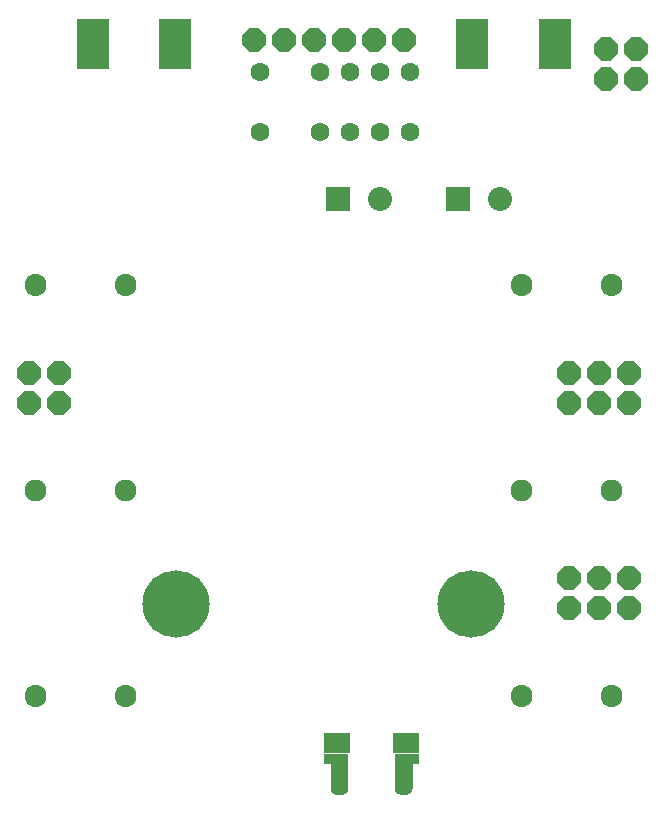
<source format=gbr>
G04 EAGLE Gerber X2 export*
%TF.Part,Single*%
%TF.FileFunction,Soldermask,Bot,1*%
%TF.FilePolarity,Negative*%
%TF.GenerationSoftware,Autodesk,EAGLE,9.2.2*%
%TF.CreationDate,2019-01-17T14:04:39Z*%
G75*
%MOMM*%
%FSLAX34Y34*%
%LPD*%
%INSoldermask Bottom*%
%AMOC8*
5,1,8,0,0,1.08239X$1,22.5*%
G01*
%ADD10P,2.199416X8X112.500000*%
%ADD11P,2.199416X8X292.500000*%
%ADD12C,5.689600*%
%ADD13C,2.032000*%
%ADD14R,2.032000X2.032000*%
%ADD15R,2.197100X1.663700*%
%ADD16C,1.041400*%
%ADD17R,2.768600X4.292600*%
%ADD18C,1.601600*%
%ADD19P,2.199416X8X22.500000*%

G36*
X303679Y3816D02*
X303679Y3816D01*
X303710Y3814D01*
X304780Y3964D01*
X304812Y3976D01*
X304863Y3985D01*
X305873Y4369D01*
X305902Y4388D01*
X305949Y4408D01*
X306849Y5007D01*
X306873Y5032D01*
X306914Y5061D01*
X307658Y5846D01*
X307665Y5857D01*
X307670Y5862D01*
X307677Y5878D01*
X307710Y5914D01*
X308260Y6844D01*
X308271Y6877D01*
X308295Y6921D01*
X308625Y7951D01*
X308628Y7985D01*
X308642Y8034D01*
X308735Y9111D01*
X308733Y9126D01*
X308736Y9144D01*
X308736Y38100D01*
X308725Y38150D01*
X308723Y38201D01*
X308705Y38233D01*
X308697Y38269D01*
X308664Y38308D01*
X308640Y38353D01*
X308610Y38374D01*
X308587Y38402D01*
X308540Y38423D01*
X308498Y38453D01*
X308456Y38461D01*
X308428Y38473D01*
X308398Y38472D01*
X308356Y38480D01*
X288671Y38480D01*
X288621Y38469D01*
X288570Y38467D01*
X288538Y38449D01*
X288502Y38441D01*
X288463Y38408D01*
X288418Y38384D01*
X288397Y38354D01*
X288369Y38331D01*
X288348Y38284D01*
X288318Y38242D01*
X288310Y38200D01*
X288298Y38172D01*
X288299Y38142D01*
X288291Y38100D01*
X288291Y29845D01*
X288302Y29795D01*
X288304Y29744D01*
X288322Y29712D01*
X288330Y29676D01*
X288363Y29637D01*
X288387Y29592D01*
X288417Y29571D01*
X288440Y29543D01*
X288487Y29522D01*
X288529Y29492D01*
X288571Y29484D01*
X288599Y29472D01*
X288629Y29473D01*
X288671Y29465D01*
X293625Y29465D01*
X293625Y9144D01*
X293628Y9132D01*
X293626Y9117D01*
X293703Y8052D01*
X293713Y8019D01*
X293718Y7968D01*
X294030Y6948D01*
X294048Y6918D01*
X294064Y6869D01*
X294595Y5944D01*
X294619Y5919D01*
X294646Y5875D01*
X295370Y5091D01*
X295398Y5072D01*
X295434Y5035D01*
X296315Y4432D01*
X296347Y4419D01*
X296390Y4392D01*
X297382Y3999D01*
X297416Y3994D01*
X297464Y3977D01*
X298519Y3815D01*
X298544Y3817D01*
X298577Y3811D01*
X303657Y3811D01*
X303679Y3816D01*
G37*
G36*
X358037Y3816D02*
X358037Y3816D01*
X358071Y3815D01*
X359126Y3977D01*
X359158Y3990D01*
X359208Y3999D01*
X360200Y4392D01*
X360229Y4411D01*
X360276Y4432D01*
X361156Y5035D01*
X361179Y5061D01*
X361220Y5091D01*
X361944Y5875D01*
X361961Y5905D01*
X361995Y5944D01*
X362526Y6869D01*
X362536Y6902D01*
X362560Y6948D01*
X362872Y7968D01*
X362874Y8003D01*
X362887Y8052D01*
X362964Y9117D01*
X362962Y9129D01*
X362965Y9144D01*
X362965Y29465D01*
X367919Y29465D01*
X367969Y29476D01*
X368020Y29478D01*
X368052Y29496D01*
X368088Y29504D01*
X368127Y29537D01*
X368172Y29561D01*
X368193Y29591D01*
X368221Y29614D01*
X368242Y29661D01*
X368272Y29703D01*
X368280Y29745D01*
X368292Y29773D01*
X368291Y29803D01*
X368299Y29845D01*
X368299Y38100D01*
X368288Y38150D01*
X368286Y38201D01*
X368268Y38233D01*
X368260Y38269D01*
X368227Y38308D01*
X368203Y38353D01*
X368173Y38374D01*
X368150Y38402D01*
X368103Y38423D01*
X368061Y38453D01*
X368019Y38461D01*
X367991Y38473D01*
X367961Y38472D01*
X367919Y38480D01*
X348234Y38480D01*
X348184Y38469D01*
X348133Y38467D01*
X348101Y38449D01*
X348065Y38441D01*
X348026Y38408D01*
X347981Y38384D01*
X347960Y38354D01*
X347932Y38331D01*
X347911Y38284D01*
X347881Y38242D01*
X347873Y38200D01*
X347861Y38172D01*
X347862Y38142D01*
X347854Y38100D01*
X347854Y9144D01*
X347857Y9130D01*
X347855Y9111D01*
X347948Y8034D01*
X347959Y8002D01*
X347965Y7951D01*
X348295Y6921D01*
X348312Y6892D01*
X348330Y6844D01*
X348881Y5914D01*
X348904Y5889D01*
X348932Y5846D01*
X349676Y5061D01*
X349705Y5042D01*
X349741Y5007D01*
X350641Y4408D01*
X350673Y4395D01*
X350717Y4369D01*
X351727Y3985D01*
X351762Y3980D01*
X351810Y3964D01*
X352881Y3814D01*
X352903Y3817D01*
X352933Y3811D01*
X358013Y3811D01*
X358037Y3816D01*
G37*
D10*
X63500Y360680D03*
X38100Y360680D03*
D11*
X38100Y335280D03*
X63500Y335280D03*
D10*
X495300Y187008D03*
X520700Y187008D03*
D12*
X162712Y165011D03*
X412699Y165011D03*
D13*
X335001Y508318D03*
D14*
X299999Y508318D03*
D13*
X436601Y508318D03*
D14*
X401599Y508318D03*
D11*
X546100Y360998D03*
X520700Y360998D03*
D10*
X495300Y335598D03*
D11*
X495300Y360998D03*
D10*
X520700Y335598D03*
X546100Y335598D03*
D15*
X299276Y47308D03*
X357315Y47308D03*
D16*
X39799Y435293D02*
X39801Y435419D01*
X39807Y435545D01*
X39817Y435671D01*
X39831Y435796D01*
X39848Y435921D01*
X39870Y436046D01*
X39896Y436169D01*
X39925Y436292D01*
X39958Y436413D01*
X39996Y436534D01*
X40036Y436653D01*
X40081Y436771D01*
X40129Y436888D01*
X40181Y437003D01*
X40237Y437116D01*
X40296Y437228D01*
X40358Y437337D01*
X40424Y437445D01*
X40493Y437550D01*
X40566Y437654D01*
X40642Y437754D01*
X40721Y437853D01*
X40803Y437949D01*
X40887Y438042D01*
X40975Y438133D01*
X41066Y438221D01*
X41159Y438305D01*
X41255Y438387D01*
X41354Y438466D01*
X41454Y438542D01*
X41558Y438615D01*
X41663Y438684D01*
X41771Y438750D01*
X41880Y438812D01*
X41992Y438871D01*
X42105Y438927D01*
X42220Y438979D01*
X42337Y439027D01*
X42455Y439072D01*
X42574Y439112D01*
X42695Y439150D01*
X42816Y439183D01*
X42939Y439212D01*
X43062Y439238D01*
X43187Y439260D01*
X43312Y439277D01*
X43437Y439291D01*
X43563Y439301D01*
X43689Y439307D01*
X43815Y439309D01*
X43941Y439307D01*
X44067Y439301D01*
X44193Y439291D01*
X44318Y439277D01*
X44443Y439260D01*
X44568Y439238D01*
X44691Y439212D01*
X44814Y439183D01*
X44935Y439150D01*
X45056Y439112D01*
X45175Y439072D01*
X45293Y439027D01*
X45410Y438979D01*
X45525Y438927D01*
X45638Y438871D01*
X45750Y438812D01*
X45859Y438750D01*
X45967Y438684D01*
X46072Y438615D01*
X46176Y438542D01*
X46276Y438466D01*
X46375Y438387D01*
X46471Y438305D01*
X46564Y438221D01*
X46655Y438133D01*
X46743Y438042D01*
X46827Y437949D01*
X46909Y437853D01*
X46988Y437754D01*
X47064Y437654D01*
X47137Y437550D01*
X47206Y437445D01*
X47272Y437337D01*
X47334Y437228D01*
X47393Y437116D01*
X47449Y437003D01*
X47501Y436888D01*
X47549Y436771D01*
X47594Y436653D01*
X47634Y436534D01*
X47672Y436413D01*
X47705Y436292D01*
X47734Y436169D01*
X47760Y436046D01*
X47782Y435921D01*
X47799Y435796D01*
X47813Y435671D01*
X47823Y435545D01*
X47829Y435419D01*
X47831Y435293D01*
X47829Y435167D01*
X47823Y435041D01*
X47813Y434915D01*
X47799Y434790D01*
X47782Y434665D01*
X47760Y434540D01*
X47734Y434417D01*
X47705Y434294D01*
X47672Y434173D01*
X47634Y434052D01*
X47594Y433933D01*
X47549Y433815D01*
X47501Y433698D01*
X47449Y433583D01*
X47393Y433470D01*
X47334Y433358D01*
X47272Y433249D01*
X47206Y433141D01*
X47137Y433036D01*
X47064Y432932D01*
X46988Y432832D01*
X46909Y432733D01*
X46827Y432637D01*
X46743Y432544D01*
X46655Y432453D01*
X46564Y432365D01*
X46471Y432281D01*
X46375Y432199D01*
X46276Y432120D01*
X46176Y432044D01*
X46072Y431971D01*
X45967Y431902D01*
X45859Y431836D01*
X45750Y431774D01*
X45638Y431715D01*
X45525Y431659D01*
X45410Y431607D01*
X45293Y431559D01*
X45175Y431514D01*
X45056Y431474D01*
X44935Y431436D01*
X44814Y431403D01*
X44691Y431374D01*
X44568Y431348D01*
X44443Y431326D01*
X44318Y431309D01*
X44193Y431295D01*
X44067Y431285D01*
X43941Y431279D01*
X43815Y431277D01*
X43689Y431279D01*
X43563Y431285D01*
X43437Y431295D01*
X43312Y431309D01*
X43187Y431326D01*
X43062Y431348D01*
X42939Y431374D01*
X42816Y431403D01*
X42695Y431436D01*
X42574Y431474D01*
X42455Y431514D01*
X42337Y431559D01*
X42220Y431607D01*
X42105Y431659D01*
X41992Y431715D01*
X41880Y431774D01*
X41771Y431836D01*
X41663Y431902D01*
X41558Y431971D01*
X41454Y432044D01*
X41354Y432120D01*
X41255Y432199D01*
X41159Y432281D01*
X41066Y432365D01*
X40975Y432453D01*
X40887Y432544D01*
X40803Y432637D01*
X40721Y432733D01*
X40642Y432832D01*
X40566Y432932D01*
X40493Y433036D01*
X40424Y433141D01*
X40358Y433249D01*
X40296Y433358D01*
X40237Y433470D01*
X40181Y433583D01*
X40129Y433698D01*
X40081Y433815D01*
X40036Y433933D01*
X39996Y434052D01*
X39958Y434173D01*
X39925Y434294D01*
X39896Y434417D01*
X39870Y434540D01*
X39848Y434665D01*
X39831Y434790D01*
X39817Y434915D01*
X39807Y435041D01*
X39801Y435167D01*
X39799Y435293D01*
X115999Y435293D02*
X116001Y435419D01*
X116007Y435545D01*
X116017Y435671D01*
X116031Y435796D01*
X116048Y435921D01*
X116070Y436046D01*
X116096Y436169D01*
X116125Y436292D01*
X116158Y436413D01*
X116196Y436534D01*
X116236Y436653D01*
X116281Y436771D01*
X116329Y436888D01*
X116381Y437003D01*
X116437Y437116D01*
X116496Y437228D01*
X116558Y437337D01*
X116624Y437445D01*
X116693Y437550D01*
X116766Y437654D01*
X116842Y437754D01*
X116921Y437853D01*
X117003Y437949D01*
X117087Y438042D01*
X117175Y438133D01*
X117266Y438221D01*
X117359Y438305D01*
X117455Y438387D01*
X117554Y438466D01*
X117654Y438542D01*
X117758Y438615D01*
X117863Y438684D01*
X117971Y438750D01*
X118080Y438812D01*
X118192Y438871D01*
X118305Y438927D01*
X118420Y438979D01*
X118537Y439027D01*
X118655Y439072D01*
X118774Y439112D01*
X118895Y439150D01*
X119016Y439183D01*
X119139Y439212D01*
X119262Y439238D01*
X119387Y439260D01*
X119512Y439277D01*
X119637Y439291D01*
X119763Y439301D01*
X119889Y439307D01*
X120015Y439309D01*
X120141Y439307D01*
X120267Y439301D01*
X120393Y439291D01*
X120518Y439277D01*
X120643Y439260D01*
X120768Y439238D01*
X120891Y439212D01*
X121014Y439183D01*
X121135Y439150D01*
X121256Y439112D01*
X121375Y439072D01*
X121493Y439027D01*
X121610Y438979D01*
X121725Y438927D01*
X121838Y438871D01*
X121950Y438812D01*
X122059Y438750D01*
X122167Y438684D01*
X122272Y438615D01*
X122376Y438542D01*
X122476Y438466D01*
X122575Y438387D01*
X122671Y438305D01*
X122764Y438221D01*
X122855Y438133D01*
X122943Y438042D01*
X123027Y437949D01*
X123109Y437853D01*
X123188Y437754D01*
X123264Y437654D01*
X123337Y437550D01*
X123406Y437445D01*
X123472Y437337D01*
X123534Y437228D01*
X123593Y437116D01*
X123649Y437003D01*
X123701Y436888D01*
X123749Y436771D01*
X123794Y436653D01*
X123834Y436534D01*
X123872Y436413D01*
X123905Y436292D01*
X123934Y436169D01*
X123960Y436046D01*
X123982Y435921D01*
X123999Y435796D01*
X124013Y435671D01*
X124023Y435545D01*
X124029Y435419D01*
X124031Y435293D01*
X124029Y435167D01*
X124023Y435041D01*
X124013Y434915D01*
X123999Y434790D01*
X123982Y434665D01*
X123960Y434540D01*
X123934Y434417D01*
X123905Y434294D01*
X123872Y434173D01*
X123834Y434052D01*
X123794Y433933D01*
X123749Y433815D01*
X123701Y433698D01*
X123649Y433583D01*
X123593Y433470D01*
X123534Y433358D01*
X123472Y433249D01*
X123406Y433141D01*
X123337Y433036D01*
X123264Y432932D01*
X123188Y432832D01*
X123109Y432733D01*
X123027Y432637D01*
X122943Y432544D01*
X122855Y432453D01*
X122764Y432365D01*
X122671Y432281D01*
X122575Y432199D01*
X122476Y432120D01*
X122376Y432044D01*
X122272Y431971D01*
X122167Y431902D01*
X122059Y431836D01*
X121950Y431774D01*
X121838Y431715D01*
X121725Y431659D01*
X121610Y431607D01*
X121493Y431559D01*
X121375Y431514D01*
X121256Y431474D01*
X121135Y431436D01*
X121014Y431403D01*
X120891Y431374D01*
X120768Y431348D01*
X120643Y431326D01*
X120518Y431309D01*
X120393Y431295D01*
X120267Y431285D01*
X120141Y431279D01*
X120015Y431277D01*
X119889Y431279D01*
X119763Y431285D01*
X119637Y431295D01*
X119512Y431309D01*
X119387Y431326D01*
X119262Y431348D01*
X119139Y431374D01*
X119016Y431403D01*
X118895Y431436D01*
X118774Y431474D01*
X118655Y431514D01*
X118537Y431559D01*
X118420Y431607D01*
X118305Y431659D01*
X118192Y431715D01*
X118080Y431774D01*
X117971Y431836D01*
X117863Y431902D01*
X117758Y431971D01*
X117654Y432044D01*
X117554Y432120D01*
X117455Y432199D01*
X117359Y432281D01*
X117266Y432365D01*
X117175Y432453D01*
X117087Y432544D01*
X117003Y432637D01*
X116921Y432733D01*
X116842Y432832D01*
X116766Y432932D01*
X116693Y433036D01*
X116624Y433141D01*
X116558Y433249D01*
X116496Y433358D01*
X116437Y433470D01*
X116381Y433583D01*
X116329Y433698D01*
X116281Y433815D01*
X116236Y433933D01*
X116196Y434052D01*
X116158Y434173D01*
X116125Y434294D01*
X116096Y434417D01*
X116070Y434540D01*
X116048Y434665D01*
X116031Y434790D01*
X116017Y434915D01*
X116007Y435041D01*
X116001Y435167D01*
X115999Y435293D01*
X451279Y435293D02*
X451281Y435419D01*
X451287Y435545D01*
X451297Y435671D01*
X451311Y435796D01*
X451328Y435921D01*
X451350Y436046D01*
X451376Y436169D01*
X451405Y436292D01*
X451438Y436413D01*
X451476Y436534D01*
X451516Y436653D01*
X451561Y436771D01*
X451609Y436888D01*
X451661Y437003D01*
X451717Y437116D01*
X451776Y437228D01*
X451838Y437337D01*
X451904Y437445D01*
X451973Y437550D01*
X452046Y437654D01*
X452122Y437754D01*
X452201Y437853D01*
X452283Y437949D01*
X452367Y438042D01*
X452455Y438133D01*
X452546Y438221D01*
X452639Y438305D01*
X452735Y438387D01*
X452834Y438466D01*
X452934Y438542D01*
X453038Y438615D01*
X453143Y438684D01*
X453251Y438750D01*
X453360Y438812D01*
X453472Y438871D01*
X453585Y438927D01*
X453700Y438979D01*
X453817Y439027D01*
X453935Y439072D01*
X454054Y439112D01*
X454175Y439150D01*
X454296Y439183D01*
X454419Y439212D01*
X454542Y439238D01*
X454667Y439260D01*
X454792Y439277D01*
X454917Y439291D01*
X455043Y439301D01*
X455169Y439307D01*
X455295Y439309D01*
X455421Y439307D01*
X455547Y439301D01*
X455673Y439291D01*
X455798Y439277D01*
X455923Y439260D01*
X456048Y439238D01*
X456171Y439212D01*
X456294Y439183D01*
X456415Y439150D01*
X456536Y439112D01*
X456655Y439072D01*
X456773Y439027D01*
X456890Y438979D01*
X457005Y438927D01*
X457118Y438871D01*
X457230Y438812D01*
X457339Y438750D01*
X457447Y438684D01*
X457552Y438615D01*
X457656Y438542D01*
X457756Y438466D01*
X457855Y438387D01*
X457951Y438305D01*
X458044Y438221D01*
X458135Y438133D01*
X458223Y438042D01*
X458307Y437949D01*
X458389Y437853D01*
X458468Y437754D01*
X458544Y437654D01*
X458617Y437550D01*
X458686Y437445D01*
X458752Y437337D01*
X458814Y437228D01*
X458873Y437116D01*
X458929Y437003D01*
X458981Y436888D01*
X459029Y436771D01*
X459074Y436653D01*
X459114Y436534D01*
X459152Y436413D01*
X459185Y436292D01*
X459214Y436169D01*
X459240Y436046D01*
X459262Y435921D01*
X459279Y435796D01*
X459293Y435671D01*
X459303Y435545D01*
X459309Y435419D01*
X459311Y435293D01*
X459309Y435167D01*
X459303Y435041D01*
X459293Y434915D01*
X459279Y434790D01*
X459262Y434665D01*
X459240Y434540D01*
X459214Y434417D01*
X459185Y434294D01*
X459152Y434173D01*
X459114Y434052D01*
X459074Y433933D01*
X459029Y433815D01*
X458981Y433698D01*
X458929Y433583D01*
X458873Y433470D01*
X458814Y433358D01*
X458752Y433249D01*
X458686Y433141D01*
X458617Y433036D01*
X458544Y432932D01*
X458468Y432832D01*
X458389Y432733D01*
X458307Y432637D01*
X458223Y432544D01*
X458135Y432453D01*
X458044Y432365D01*
X457951Y432281D01*
X457855Y432199D01*
X457756Y432120D01*
X457656Y432044D01*
X457552Y431971D01*
X457447Y431902D01*
X457339Y431836D01*
X457230Y431774D01*
X457118Y431715D01*
X457005Y431659D01*
X456890Y431607D01*
X456773Y431559D01*
X456655Y431514D01*
X456536Y431474D01*
X456415Y431436D01*
X456294Y431403D01*
X456171Y431374D01*
X456048Y431348D01*
X455923Y431326D01*
X455798Y431309D01*
X455673Y431295D01*
X455547Y431285D01*
X455421Y431279D01*
X455295Y431277D01*
X455169Y431279D01*
X455043Y431285D01*
X454917Y431295D01*
X454792Y431309D01*
X454667Y431326D01*
X454542Y431348D01*
X454419Y431374D01*
X454296Y431403D01*
X454175Y431436D01*
X454054Y431474D01*
X453935Y431514D01*
X453817Y431559D01*
X453700Y431607D01*
X453585Y431659D01*
X453472Y431715D01*
X453360Y431774D01*
X453251Y431836D01*
X453143Y431902D01*
X453038Y431971D01*
X452934Y432044D01*
X452834Y432120D01*
X452735Y432199D01*
X452639Y432281D01*
X452546Y432365D01*
X452455Y432453D01*
X452367Y432544D01*
X452283Y432637D01*
X452201Y432733D01*
X452122Y432832D01*
X452046Y432932D01*
X451973Y433036D01*
X451904Y433141D01*
X451838Y433249D01*
X451776Y433358D01*
X451717Y433470D01*
X451661Y433583D01*
X451609Y433698D01*
X451561Y433815D01*
X451516Y433933D01*
X451476Y434052D01*
X451438Y434173D01*
X451405Y434294D01*
X451376Y434417D01*
X451350Y434540D01*
X451328Y434665D01*
X451311Y434790D01*
X451297Y434915D01*
X451287Y435041D01*
X451281Y435167D01*
X451279Y435293D01*
X527479Y435293D02*
X527481Y435419D01*
X527487Y435545D01*
X527497Y435671D01*
X527511Y435796D01*
X527528Y435921D01*
X527550Y436046D01*
X527576Y436169D01*
X527605Y436292D01*
X527638Y436413D01*
X527676Y436534D01*
X527716Y436653D01*
X527761Y436771D01*
X527809Y436888D01*
X527861Y437003D01*
X527917Y437116D01*
X527976Y437228D01*
X528038Y437337D01*
X528104Y437445D01*
X528173Y437550D01*
X528246Y437654D01*
X528322Y437754D01*
X528401Y437853D01*
X528483Y437949D01*
X528567Y438042D01*
X528655Y438133D01*
X528746Y438221D01*
X528839Y438305D01*
X528935Y438387D01*
X529034Y438466D01*
X529134Y438542D01*
X529238Y438615D01*
X529343Y438684D01*
X529451Y438750D01*
X529560Y438812D01*
X529672Y438871D01*
X529785Y438927D01*
X529900Y438979D01*
X530017Y439027D01*
X530135Y439072D01*
X530254Y439112D01*
X530375Y439150D01*
X530496Y439183D01*
X530619Y439212D01*
X530742Y439238D01*
X530867Y439260D01*
X530992Y439277D01*
X531117Y439291D01*
X531243Y439301D01*
X531369Y439307D01*
X531495Y439309D01*
X531621Y439307D01*
X531747Y439301D01*
X531873Y439291D01*
X531998Y439277D01*
X532123Y439260D01*
X532248Y439238D01*
X532371Y439212D01*
X532494Y439183D01*
X532615Y439150D01*
X532736Y439112D01*
X532855Y439072D01*
X532973Y439027D01*
X533090Y438979D01*
X533205Y438927D01*
X533318Y438871D01*
X533430Y438812D01*
X533539Y438750D01*
X533647Y438684D01*
X533752Y438615D01*
X533856Y438542D01*
X533956Y438466D01*
X534055Y438387D01*
X534151Y438305D01*
X534244Y438221D01*
X534335Y438133D01*
X534423Y438042D01*
X534507Y437949D01*
X534589Y437853D01*
X534668Y437754D01*
X534744Y437654D01*
X534817Y437550D01*
X534886Y437445D01*
X534952Y437337D01*
X535014Y437228D01*
X535073Y437116D01*
X535129Y437003D01*
X535181Y436888D01*
X535229Y436771D01*
X535274Y436653D01*
X535314Y436534D01*
X535352Y436413D01*
X535385Y436292D01*
X535414Y436169D01*
X535440Y436046D01*
X535462Y435921D01*
X535479Y435796D01*
X535493Y435671D01*
X535503Y435545D01*
X535509Y435419D01*
X535511Y435293D01*
X535509Y435167D01*
X535503Y435041D01*
X535493Y434915D01*
X535479Y434790D01*
X535462Y434665D01*
X535440Y434540D01*
X535414Y434417D01*
X535385Y434294D01*
X535352Y434173D01*
X535314Y434052D01*
X535274Y433933D01*
X535229Y433815D01*
X535181Y433698D01*
X535129Y433583D01*
X535073Y433470D01*
X535014Y433358D01*
X534952Y433249D01*
X534886Y433141D01*
X534817Y433036D01*
X534744Y432932D01*
X534668Y432832D01*
X534589Y432733D01*
X534507Y432637D01*
X534423Y432544D01*
X534335Y432453D01*
X534244Y432365D01*
X534151Y432281D01*
X534055Y432199D01*
X533956Y432120D01*
X533856Y432044D01*
X533752Y431971D01*
X533647Y431902D01*
X533539Y431836D01*
X533430Y431774D01*
X533318Y431715D01*
X533205Y431659D01*
X533090Y431607D01*
X532973Y431559D01*
X532855Y431514D01*
X532736Y431474D01*
X532615Y431436D01*
X532494Y431403D01*
X532371Y431374D01*
X532248Y431348D01*
X532123Y431326D01*
X531998Y431309D01*
X531873Y431295D01*
X531747Y431285D01*
X531621Y431279D01*
X531495Y431277D01*
X531369Y431279D01*
X531243Y431285D01*
X531117Y431295D01*
X530992Y431309D01*
X530867Y431326D01*
X530742Y431348D01*
X530619Y431374D01*
X530496Y431403D01*
X530375Y431436D01*
X530254Y431474D01*
X530135Y431514D01*
X530017Y431559D01*
X529900Y431607D01*
X529785Y431659D01*
X529672Y431715D01*
X529560Y431774D01*
X529451Y431836D01*
X529343Y431902D01*
X529238Y431971D01*
X529134Y432044D01*
X529034Y432120D01*
X528935Y432199D01*
X528839Y432281D01*
X528746Y432365D01*
X528655Y432453D01*
X528567Y432544D01*
X528483Y432637D01*
X528401Y432733D01*
X528322Y432832D01*
X528246Y432932D01*
X528173Y433036D01*
X528104Y433141D01*
X528038Y433249D01*
X527976Y433358D01*
X527917Y433470D01*
X527861Y433583D01*
X527809Y433698D01*
X527761Y433815D01*
X527716Y433933D01*
X527676Y434052D01*
X527638Y434173D01*
X527605Y434294D01*
X527576Y434417D01*
X527550Y434540D01*
X527528Y434665D01*
X527511Y434790D01*
X527497Y434915D01*
X527487Y435041D01*
X527481Y435167D01*
X527479Y435293D01*
X527479Y261303D02*
X527481Y261429D01*
X527487Y261555D01*
X527497Y261681D01*
X527511Y261806D01*
X527528Y261931D01*
X527550Y262056D01*
X527576Y262179D01*
X527605Y262302D01*
X527638Y262423D01*
X527676Y262544D01*
X527716Y262663D01*
X527761Y262781D01*
X527809Y262898D01*
X527861Y263013D01*
X527917Y263126D01*
X527976Y263238D01*
X528038Y263347D01*
X528104Y263455D01*
X528173Y263560D01*
X528246Y263664D01*
X528322Y263764D01*
X528401Y263863D01*
X528483Y263959D01*
X528567Y264052D01*
X528655Y264143D01*
X528746Y264231D01*
X528839Y264315D01*
X528935Y264397D01*
X529034Y264476D01*
X529134Y264552D01*
X529238Y264625D01*
X529343Y264694D01*
X529451Y264760D01*
X529560Y264822D01*
X529672Y264881D01*
X529785Y264937D01*
X529900Y264989D01*
X530017Y265037D01*
X530135Y265082D01*
X530254Y265122D01*
X530375Y265160D01*
X530496Y265193D01*
X530619Y265222D01*
X530742Y265248D01*
X530867Y265270D01*
X530992Y265287D01*
X531117Y265301D01*
X531243Y265311D01*
X531369Y265317D01*
X531495Y265319D01*
X531621Y265317D01*
X531747Y265311D01*
X531873Y265301D01*
X531998Y265287D01*
X532123Y265270D01*
X532248Y265248D01*
X532371Y265222D01*
X532494Y265193D01*
X532615Y265160D01*
X532736Y265122D01*
X532855Y265082D01*
X532973Y265037D01*
X533090Y264989D01*
X533205Y264937D01*
X533318Y264881D01*
X533430Y264822D01*
X533539Y264760D01*
X533647Y264694D01*
X533752Y264625D01*
X533856Y264552D01*
X533956Y264476D01*
X534055Y264397D01*
X534151Y264315D01*
X534244Y264231D01*
X534335Y264143D01*
X534423Y264052D01*
X534507Y263959D01*
X534589Y263863D01*
X534668Y263764D01*
X534744Y263664D01*
X534817Y263560D01*
X534886Y263455D01*
X534952Y263347D01*
X535014Y263238D01*
X535073Y263126D01*
X535129Y263013D01*
X535181Y262898D01*
X535229Y262781D01*
X535274Y262663D01*
X535314Y262544D01*
X535352Y262423D01*
X535385Y262302D01*
X535414Y262179D01*
X535440Y262056D01*
X535462Y261931D01*
X535479Y261806D01*
X535493Y261681D01*
X535503Y261555D01*
X535509Y261429D01*
X535511Y261303D01*
X535509Y261177D01*
X535503Y261051D01*
X535493Y260925D01*
X535479Y260800D01*
X535462Y260675D01*
X535440Y260550D01*
X535414Y260427D01*
X535385Y260304D01*
X535352Y260183D01*
X535314Y260062D01*
X535274Y259943D01*
X535229Y259825D01*
X535181Y259708D01*
X535129Y259593D01*
X535073Y259480D01*
X535014Y259368D01*
X534952Y259259D01*
X534886Y259151D01*
X534817Y259046D01*
X534744Y258942D01*
X534668Y258842D01*
X534589Y258743D01*
X534507Y258647D01*
X534423Y258554D01*
X534335Y258463D01*
X534244Y258375D01*
X534151Y258291D01*
X534055Y258209D01*
X533956Y258130D01*
X533856Y258054D01*
X533752Y257981D01*
X533647Y257912D01*
X533539Y257846D01*
X533430Y257784D01*
X533318Y257725D01*
X533205Y257669D01*
X533090Y257617D01*
X532973Y257569D01*
X532855Y257524D01*
X532736Y257484D01*
X532615Y257446D01*
X532494Y257413D01*
X532371Y257384D01*
X532248Y257358D01*
X532123Y257336D01*
X531998Y257319D01*
X531873Y257305D01*
X531747Y257295D01*
X531621Y257289D01*
X531495Y257287D01*
X531369Y257289D01*
X531243Y257295D01*
X531117Y257305D01*
X530992Y257319D01*
X530867Y257336D01*
X530742Y257358D01*
X530619Y257384D01*
X530496Y257413D01*
X530375Y257446D01*
X530254Y257484D01*
X530135Y257524D01*
X530017Y257569D01*
X529900Y257617D01*
X529785Y257669D01*
X529672Y257725D01*
X529560Y257784D01*
X529451Y257846D01*
X529343Y257912D01*
X529238Y257981D01*
X529134Y258054D01*
X529034Y258130D01*
X528935Y258209D01*
X528839Y258291D01*
X528746Y258375D01*
X528655Y258463D01*
X528567Y258554D01*
X528483Y258647D01*
X528401Y258743D01*
X528322Y258842D01*
X528246Y258942D01*
X528173Y259046D01*
X528104Y259151D01*
X528038Y259259D01*
X527976Y259368D01*
X527917Y259480D01*
X527861Y259593D01*
X527809Y259708D01*
X527761Y259825D01*
X527716Y259943D01*
X527676Y260062D01*
X527638Y260183D01*
X527605Y260304D01*
X527576Y260427D01*
X527550Y260550D01*
X527528Y260675D01*
X527511Y260800D01*
X527497Y260925D01*
X527487Y261051D01*
X527481Y261177D01*
X527479Y261303D01*
X451279Y261303D02*
X451281Y261429D01*
X451287Y261555D01*
X451297Y261681D01*
X451311Y261806D01*
X451328Y261931D01*
X451350Y262056D01*
X451376Y262179D01*
X451405Y262302D01*
X451438Y262423D01*
X451476Y262544D01*
X451516Y262663D01*
X451561Y262781D01*
X451609Y262898D01*
X451661Y263013D01*
X451717Y263126D01*
X451776Y263238D01*
X451838Y263347D01*
X451904Y263455D01*
X451973Y263560D01*
X452046Y263664D01*
X452122Y263764D01*
X452201Y263863D01*
X452283Y263959D01*
X452367Y264052D01*
X452455Y264143D01*
X452546Y264231D01*
X452639Y264315D01*
X452735Y264397D01*
X452834Y264476D01*
X452934Y264552D01*
X453038Y264625D01*
X453143Y264694D01*
X453251Y264760D01*
X453360Y264822D01*
X453472Y264881D01*
X453585Y264937D01*
X453700Y264989D01*
X453817Y265037D01*
X453935Y265082D01*
X454054Y265122D01*
X454175Y265160D01*
X454296Y265193D01*
X454419Y265222D01*
X454542Y265248D01*
X454667Y265270D01*
X454792Y265287D01*
X454917Y265301D01*
X455043Y265311D01*
X455169Y265317D01*
X455295Y265319D01*
X455421Y265317D01*
X455547Y265311D01*
X455673Y265301D01*
X455798Y265287D01*
X455923Y265270D01*
X456048Y265248D01*
X456171Y265222D01*
X456294Y265193D01*
X456415Y265160D01*
X456536Y265122D01*
X456655Y265082D01*
X456773Y265037D01*
X456890Y264989D01*
X457005Y264937D01*
X457118Y264881D01*
X457230Y264822D01*
X457339Y264760D01*
X457447Y264694D01*
X457552Y264625D01*
X457656Y264552D01*
X457756Y264476D01*
X457855Y264397D01*
X457951Y264315D01*
X458044Y264231D01*
X458135Y264143D01*
X458223Y264052D01*
X458307Y263959D01*
X458389Y263863D01*
X458468Y263764D01*
X458544Y263664D01*
X458617Y263560D01*
X458686Y263455D01*
X458752Y263347D01*
X458814Y263238D01*
X458873Y263126D01*
X458929Y263013D01*
X458981Y262898D01*
X459029Y262781D01*
X459074Y262663D01*
X459114Y262544D01*
X459152Y262423D01*
X459185Y262302D01*
X459214Y262179D01*
X459240Y262056D01*
X459262Y261931D01*
X459279Y261806D01*
X459293Y261681D01*
X459303Y261555D01*
X459309Y261429D01*
X459311Y261303D01*
X459309Y261177D01*
X459303Y261051D01*
X459293Y260925D01*
X459279Y260800D01*
X459262Y260675D01*
X459240Y260550D01*
X459214Y260427D01*
X459185Y260304D01*
X459152Y260183D01*
X459114Y260062D01*
X459074Y259943D01*
X459029Y259825D01*
X458981Y259708D01*
X458929Y259593D01*
X458873Y259480D01*
X458814Y259368D01*
X458752Y259259D01*
X458686Y259151D01*
X458617Y259046D01*
X458544Y258942D01*
X458468Y258842D01*
X458389Y258743D01*
X458307Y258647D01*
X458223Y258554D01*
X458135Y258463D01*
X458044Y258375D01*
X457951Y258291D01*
X457855Y258209D01*
X457756Y258130D01*
X457656Y258054D01*
X457552Y257981D01*
X457447Y257912D01*
X457339Y257846D01*
X457230Y257784D01*
X457118Y257725D01*
X457005Y257669D01*
X456890Y257617D01*
X456773Y257569D01*
X456655Y257524D01*
X456536Y257484D01*
X456415Y257446D01*
X456294Y257413D01*
X456171Y257384D01*
X456048Y257358D01*
X455923Y257336D01*
X455798Y257319D01*
X455673Y257305D01*
X455547Y257295D01*
X455421Y257289D01*
X455295Y257287D01*
X455169Y257289D01*
X455043Y257295D01*
X454917Y257305D01*
X454792Y257319D01*
X454667Y257336D01*
X454542Y257358D01*
X454419Y257384D01*
X454296Y257413D01*
X454175Y257446D01*
X454054Y257484D01*
X453935Y257524D01*
X453817Y257569D01*
X453700Y257617D01*
X453585Y257669D01*
X453472Y257725D01*
X453360Y257784D01*
X453251Y257846D01*
X453143Y257912D01*
X453038Y257981D01*
X452934Y258054D01*
X452834Y258130D01*
X452735Y258209D01*
X452639Y258291D01*
X452546Y258375D01*
X452455Y258463D01*
X452367Y258554D01*
X452283Y258647D01*
X452201Y258743D01*
X452122Y258842D01*
X452046Y258942D01*
X451973Y259046D01*
X451904Y259151D01*
X451838Y259259D01*
X451776Y259368D01*
X451717Y259480D01*
X451661Y259593D01*
X451609Y259708D01*
X451561Y259825D01*
X451516Y259943D01*
X451476Y260062D01*
X451438Y260183D01*
X451405Y260304D01*
X451376Y260427D01*
X451350Y260550D01*
X451328Y260675D01*
X451311Y260800D01*
X451297Y260925D01*
X451287Y261051D01*
X451281Y261177D01*
X451279Y261303D01*
X115999Y261303D02*
X116001Y261429D01*
X116007Y261555D01*
X116017Y261681D01*
X116031Y261806D01*
X116048Y261931D01*
X116070Y262056D01*
X116096Y262179D01*
X116125Y262302D01*
X116158Y262423D01*
X116196Y262544D01*
X116236Y262663D01*
X116281Y262781D01*
X116329Y262898D01*
X116381Y263013D01*
X116437Y263126D01*
X116496Y263238D01*
X116558Y263347D01*
X116624Y263455D01*
X116693Y263560D01*
X116766Y263664D01*
X116842Y263764D01*
X116921Y263863D01*
X117003Y263959D01*
X117087Y264052D01*
X117175Y264143D01*
X117266Y264231D01*
X117359Y264315D01*
X117455Y264397D01*
X117554Y264476D01*
X117654Y264552D01*
X117758Y264625D01*
X117863Y264694D01*
X117971Y264760D01*
X118080Y264822D01*
X118192Y264881D01*
X118305Y264937D01*
X118420Y264989D01*
X118537Y265037D01*
X118655Y265082D01*
X118774Y265122D01*
X118895Y265160D01*
X119016Y265193D01*
X119139Y265222D01*
X119262Y265248D01*
X119387Y265270D01*
X119512Y265287D01*
X119637Y265301D01*
X119763Y265311D01*
X119889Y265317D01*
X120015Y265319D01*
X120141Y265317D01*
X120267Y265311D01*
X120393Y265301D01*
X120518Y265287D01*
X120643Y265270D01*
X120768Y265248D01*
X120891Y265222D01*
X121014Y265193D01*
X121135Y265160D01*
X121256Y265122D01*
X121375Y265082D01*
X121493Y265037D01*
X121610Y264989D01*
X121725Y264937D01*
X121838Y264881D01*
X121950Y264822D01*
X122059Y264760D01*
X122167Y264694D01*
X122272Y264625D01*
X122376Y264552D01*
X122476Y264476D01*
X122575Y264397D01*
X122671Y264315D01*
X122764Y264231D01*
X122855Y264143D01*
X122943Y264052D01*
X123027Y263959D01*
X123109Y263863D01*
X123188Y263764D01*
X123264Y263664D01*
X123337Y263560D01*
X123406Y263455D01*
X123472Y263347D01*
X123534Y263238D01*
X123593Y263126D01*
X123649Y263013D01*
X123701Y262898D01*
X123749Y262781D01*
X123794Y262663D01*
X123834Y262544D01*
X123872Y262423D01*
X123905Y262302D01*
X123934Y262179D01*
X123960Y262056D01*
X123982Y261931D01*
X123999Y261806D01*
X124013Y261681D01*
X124023Y261555D01*
X124029Y261429D01*
X124031Y261303D01*
X124029Y261177D01*
X124023Y261051D01*
X124013Y260925D01*
X123999Y260800D01*
X123982Y260675D01*
X123960Y260550D01*
X123934Y260427D01*
X123905Y260304D01*
X123872Y260183D01*
X123834Y260062D01*
X123794Y259943D01*
X123749Y259825D01*
X123701Y259708D01*
X123649Y259593D01*
X123593Y259480D01*
X123534Y259368D01*
X123472Y259259D01*
X123406Y259151D01*
X123337Y259046D01*
X123264Y258942D01*
X123188Y258842D01*
X123109Y258743D01*
X123027Y258647D01*
X122943Y258554D01*
X122855Y258463D01*
X122764Y258375D01*
X122671Y258291D01*
X122575Y258209D01*
X122476Y258130D01*
X122376Y258054D01*
X122272Y257981D01*
X122167Y257912D01*
X122059Y257846D01*
X121950Y257784D01*
X121838Y257725D01*
X121725Y257669D01*
X121610Y257617D01*
X121493Y257569D01*
X121375Y257524D01*
X121256Y257484D01*
X121135Y257446D01*
X121014Y257413D01*
X120891Y257384D01*
X120768Y257358D01*
X120643Y257336D01*
X120518Y257319D01*
X120393Y257305D01*
X120267Y257295D01*
X120141Y257289D01*
X120015Y257287D01*
X119889Y257289D01*
X119763Y257295D01*
X119637Y257305D01*
X119512Y257319D01*
X119387Y257336D01*
X119262Y257358D01*
X119139Y257384D01*
X119016Y257413D01*
X118895Y257446D01*
X118774Y257484D01*
X118655Y257524D01*
X118537Y257569D01*
X118420Y257617D01*
X118305Y257669D01*
X118192Y257725D01*
X118080Y257784D01*
X117971Y257846D01*
X117863Y257912D01*
X117758Y257981D01*
X117654Y258054D01*
X117554Y258130D01*
X117455Y258209D01*
X117359Y258291D01*
X117266Y258375D01*
X117175Y258463D01*
X117087Y258554D01*
X117003Y258647D01*
X116921Y258743D01*
X116842Y258842D01*
X116766Y258942D01*
X116693Y259046D01*
X116624Y259151D01*
X116558Y259259D01*
X116496Y259368D01*
X116437Y259480D01*
X116381Y259593D01*
X116329Y259708D01*
X116281Y259825D01*
X116236Y259943D01*
X116196Y260062D01*
X116158Y260183D01*
X116125Y260304D01*
X116096Y260427D01*
X116070Y260550D01*
X116048Y260675D01*
X116031Y260800D01*
X116017Y260925D01*
X116007Y261051D01*
X116001Y261177D01*
X115999Y261303D01*
X39799Y261303D02*
X39801Y261429D01*
X39807Y261555D01*
X39817Y261681D01*
X39831Y261806D01*
X39848Y261931D01*
X39870Y262056D01*
X39896Y262179D01*
X39925Y262302D01*
X39958Y262423D01*
X39996Y262544D01*
X40036Y262663D01*
X40081Y262781D01*
X40129Y262898D01*
X40181Y263013D01*
X40237Y263126D01*
X40296Y263238D01*
X40358Y263347D01*
X40424Y263455D01*
X40493Y263560D01*
X40566Y263664D01*
X40642Y263764D01*
X40721Y263863D01*
X40803Y263959D01*
X40887Y264052D01*
X40975Y264143D01*
X41066Y264231D01*
X41159Y264315D01*
X41255Y264397D01*
X41354Y264476D01*
X41454Y264552D01*
X41558Y264625D01*
X41663Y264694D01*
X41771Y264760D01*
X41880Y264822D01*
X41992Y264881D01*
X42105Y264937D01*
X42220Y264989D01*
X42337Y265037D01*
X42455Y265082D01*
X42574Y265122D01*
X42695Y265160D01*
X42816Y265193D01*
X42939Y265222D01*
X43062Y265248D01*
X43187Y265270D01*
X43312Y265287D01*
X43437Y265301D01*
X43563Y265311D01*
X43689Y265317D01*
X43815Y265319D01*
X43941Y265317D01*
X44067Y265311D01*
X44193Y265301D01*
X44318Y265287D01*
X44443Y265270D01*
X44568Y265248D01*
X44691Y265222D01*
X44814Y265193D01*
X44935Y265160D01*
X45056Y265122D01*
X45175Y265082D01*
X45293Y265037D01*
X45410Y264989D01*
X45525Y264937D01*
X45638Y264881D01*
X45750Y264822D01*
X45859Y264760D01*
X45967Y264694D01*
X46072Y264625D01*
X46176Y264552D01*
X46276Y264476D01*
X46375Y264397D01*
X46471Y264315D01*
X46564Y264231D01*
X46655Y264143D01*
X46743Y264052D01*
X46827Y263959D01*
X46909Y263863D01*
X46988Y263764D01*
X47064Y263664D01*
X47137Y263560D01*
X47206Y263455D01*
X47272Y263347D01*
X47334Y263238D01*
X47393Y263126D01*
X47449Y263013D01*
X47501Y262898D01*
X47549Y262781D01*
X47594Y262663D01*
X47634Y262544D01*
X47672Y262423D01*
X47705Y262302D01*
X47734Y262179D01*
X47760Y262056D01*
X47782Y261931D01*
X47799Y261806D01*
X47813Y261681D01*
X47823Y261555D01*
X47829Y261429D01*
X47831Y261303D01*
X47829Y261177D01*
X47823Y261051D01*
X47813Y260925D01*
X47799Y260800D01*
X47782Y260675D01*
X47760Y260550D01*
X47734Y260427D01*
X47705Y260304D01*
X47672Y260183D01*
X47634Y260062D01*
X47594Y259943D01*
X47549Y259825D01*
X47501Y259708D01*
X47449Y259593D01*
X47393Y259480D01*
X47334Y259368D01*
X47272Y259259D01*
X47206Y259151D01*
X47137Y259046D01*
X47064Y258942D01*
X46988Y258842D01*
X46909Y258743D01*
X46827Y258647D01*
X46743Y258554D01*
X46655Y258463D01*
X46564Y258375D01*
X46471Y258291D01*
X46375Y258209D01*
X46276Y258130D01*
X46176Y258054D01*
X46072Y257981D01*
X45967Y257912D01*
X45859Y257846D01*
X45750Y257784D01*
X45638Y257725D01*
X45525Y257669D01*
X45410Y257617D01*
X45293Y257569D01*
X45175Y257524D01*
X45056Y257484D01*
X44935Y257446D01*
X44814Y257413D01*
X44691Y257384D01*
X44568Y257358D01*
X44443Y257336D01*
X44318Y257319D01*
X44193Y257305D01*
X44067Y257295D01*
X43941Y257289D01*
X43815Y257287D01*
X43689Y257289D01*
X43563Y257295D01*
X43437Y257305D01*
X43312Y257319D01*
X43187Y257336D01*
X43062Y257358D01*
X42939Y257384D01*
X42816Y257413D01*
X42695Y257446D01*
X42574Y257484D01*
X42455Y257524D01*
X42337Y257569D01*
X42220Y257617D01*
X42105Y257669D01*
X41992Y257725D01*
X41880Y257784D01*
X41771Y257846D01*
X41663Y257912D01*
X41558Y257981D01*
X41454Y258054D01*
X41354Y258130D01*
X41255Y258209D01*
X41159Y258291D01*
X41066Y258375D01*
X40975Y258463D01*
X40887Y258554D01*
X40803Y258647D01*
X40721Y258743D01*
X40642Y258842D01*
X40566Y258942D01*
X40493Y259046D01*
X40424Y259151D01*
X40358Y259259D01*
X40296Y259368D01*
X40237Y259480D01*
X40181Y259593D01*
X40129Y259708D01*
X40081Y259825D01*
X40036Y259943D01*
X39996Y260062D01*
X39958Y260183D01*
X39925Y260304D01*
X39896Y260427D01*
X39870Y260550D01*
X39848Y260675D01*
X39831Y260800D01*
X39817Y260925D01*
X39807Y261051D01*
X39801Y261177D01*
X39799Y261303D01*
X39799Y87313D02*
X39801Y87439D01*
X39807Y87565D01*
X39817Y87691D01*
X39831Y87816D01*
X39848Y87941D01*
X39870Y88066D01*
X39896Y88189D01*
X39925Y88312D01*
X39958Y88433D01*
X39996Y88554D01*
X40036Y88673D01*
X40081Y88791D01*
X40129Y88908D01*
X40181Y89023D01*
X40237Y89136D01*
X40296Y89248D01*
X40358Y89357D01*
X40424Y89465D01*
X40493Y89570D01*
X40566Y89674D01*
X40642Y89774D01*
X40721Y89873D01*
X40803Y89969D01*
X40887Y90062D01*
X40975Y90153D01*
X41066Y90241D01*
X41159Y90325D01*
X41255Y90407D01*
X41354Y90486D01*
X41454Y90562D01*
X41558Y90635D01*
X41663Y90704D01*
X41771Y90770D01*
X41880Y90832D01*
X41992Y90891D01*
X42105Y90947D01*
X42220Y90999D01*
X42337Y91047D01*
X42455Y91092D01*
X42574Y91132D01*
X42695Y91170D01*
X42816Y91203D01*
X42939Y91232D01*
X43062Y91258D01*
X43187Y91280D01*
X43312Y91297D01*
X43437Y91311D01*
X43563Y91321D01*
X43689Y91327D01*
X43815Y91329D01*
X43941Y91327D01*
X44067Y91321D01*
X44193Y91311D01*
X44318Y91297D01*
X44443Y91280D01*
X44568Y91258D01*
X44691Y91232D01*
X44814Y91203D01*
X44935Y91170D01*
X45056Y91132D01*
X45175Y91092D01*
X45293Y91047D01*
X45410Y90999D01*
X45525Y90947D01*
X45638Y90891D01*
X45750Y90832D01*
X45859Y90770D01*
X45967Y90704D01*
X46072Y90635D01*
X46176Y90562D01*
X46276Y90486D01*
X46375Y90407D01*
X46471Y90325D01*
X46564Y90241D01*
X46655Y90153D01*
X46743Y90062D01*
X46827Y89969D01*
X46909Y89873D01*
X46988Y89774D01*
X47064Y89674D01*
X47137Y89570D01*
X47206Y89465D01*
X47272Y89357D01*
X47334Y89248D01*
X47393Y89136D01*
X47449Y89023D01*
X47501Y88908D01*
X47549Y88791D01*
X47594Y88673D01*
X47634Y88554D01*
X47672Y88433D01*
X47705Y88312D01*
X47734Y88189D01*
X47760Y88066D01*
X47782Y87941D01*
X47799Y87816D01*
X47813Y87691D01*
X47823Y87565D01*
X47829Y87439D01*
X47831Y87313D01*
X47829Y87187D01*
X47823Y87061D01*
X47813Y86935D01*
X47799Y86810D01*
X47782Y86685D01*
X47760Y86560D01*
X47734Y86437D01*
X47705Y86314D01*
X47672Y86193D01*
X47634Y86072D01*
X47594Y85953D01*
X47549Y85835D01*
X47501Y85718D01*
X47449Y85603D01*
X47393Y85490D01*
X47334Y85378D01*
X47272Y85269D01*
X47206Y85161D01*
X47137Y85056D01*
X47064Y84952D01*
X46988Y84852D01*
X46909Y84753D01*
X46827Y84657D01*
X46743Y84564D01*
X46655Y84473D01*
X46564Y84385D01*
X46471Y84301D01*
X46375Y84219D01*
X46276Y84140D01*
X46176Y84064D01*
X46072Y83991D01*
X45967Y83922D01*
X45859Y83856D01*
X45750Y83794D01*
X45638Y83735D01*
X45525Y83679D01*
X45410Y83627D01*
X45293Y83579D01*
X45175Y83534D01*
X45056Y83494D01*
X44935Y83456D01*
X44814Y83423D01*
X44691Y83394D01*
X44568Y83368D01*
X44443Y83346D01*
X44318Y83329D01*
X44193Y83315D01*
X44067Y83305D01*
X43941Y83299D01*
X43815Y83297D01*
X43689Y83299D01*
X43563Y83305D01*
X43437Y83315D01*
X43312Y83329D01*
X43187Y83346D01*
X43062Y83368D01*
X42939Y83394D01*
X42816Y83423D01*
X42695Y83456D01*
X42574Y83494D01*
X42455Y83534D01*
X42337Y83579D01*
X42220Y83627D01*
X42105Y83679D01*
X41992Y83735D01*
X41880Y83794D01*
X41771Y83856D01*
X41663Y83922D01*
X41558Y83991D01*
X41454Y84064D01*
X41354Y84140D01*
X41255Y84219D01*
X41159Y84301D01*
X41066Y84385D01*
X40975Y84473D01*
X40887Y84564D01*
X40803Y84657D01*
X40721Y84753D01*
X40642Y84852D01*
X40566Y84952D01*
X40493Y85056D01*
X40424Y85161D01*
X40358Y85269D01*
X40296Y85378D01*
X40237Y85490D01*
X40181Y85603D01*
X40129Y85718D01*
X40081Y85835D01*
X40036Y85953D01*
X39996Y86072D01*
X39958Y86193D01*
X39925Y86314D01*
X39896Y86437D01*
X39870Y86560D01*
X39848Y86685D01*
X39831Y86810D01*
X39817Y86935D01*
X39807Y87061D01*
X39801Y87187D01*
X39799Y87313D01*
X115999Y87313D02*
X116001Y87439D01*
X116007Y87565D01*
X116017Y87691D01*
X116031Y87816D01*
X116048Y87941D01*
X116070Y88066D01*
X116096Y88189D01*
X116125Y88312D01*
X116158Y88433D01*
X116196Y88554D01*
X116236Y88673D01*
X116281Y88791D01*
X116329Y88908D01*
X116381Y89023D01*
X116437Y89136D01*
X116496Y89248D01*
X116558Y89357D01*
X116624Y89465D01*
X116693Y89570D01*
X116766Y89674D01*
X116842Y89774D01*
X116921Y89873D01*
X117003Y89969D01*
X117087Y90062D01*
X117175Y90153D01*
X117266Y90241D01*
X117359Y90325D01*
X117455Y90407D01*
X117554Y90486D01*
X117654Y90562D01*
X117758Y90635D01*
X117863Y90704D01*
X117971Y90770D01*
X118080Y90832D01*
X118192Y90891D01*
X118305Y90947D01*
X118420Y90999D01*
X118537Y91047D01*
X118655Y91092D01*
X118774Y91132D01*
X118895Y91170D01*
X119016Y91203D01*
X119139Y91232D01*
X119262Y91258D01*
X119387Y91280D01*
X119512Y91297D01*
X119637Y91311D01*
X119763Y91321D01*
X119889Y91327D01*
X120015Y91329D01*
X120141Y91327D01*
X120267Y91321D01*
X120393Y91311D01*
X120518Y91297D01*
X120643Y91280D01*
X120768Y91258D01*
X120891Y91232D01*
X121014Y91203D01*
X121135Y91170D01*
X121256Y91132D01*
X121375Y91092D01*
X121493Y91047D01*
X121610Y90999D01*
X121725Y90947D01*
X121838Y90891D01*
X121950Y90832D01*
X122059Y90770D01*
X122167Y90704D01*
X122272Y90635D01*
X122376Y90562D01*
X122476Y90486D01*
X122575Y90407D01*
X122671Y90325D01*
X122764Y90241D01*
X122855Y90153D01*
X122943Y90062D01*
X123027Y89969D01*
X123109Y89873D01*
X123188Y89774D01*
X123264Y89674D01*
X123337Y89570D01*
X123406Y89465D01*
X123472Y89357D01*
X123534Y89248D01*
X123593Y89136D01*
X123649Y89023D01*
X123701Y88908D01*
X123749Y88791D01*
X123794Y88673D01*
X123834Y88554D01*
X123872Y88433D01*
X123905Y88312D01*
X123934Y88189D01*
X123960Y88066D01*
X123982Y87941D01*
X123999Y87816D01*
X124013Y87691D01*
X124023Y87565D01*
X124029Y87439D01*
X124031Y87313D01*
X124029Y87187D01*
X124023Y87061D01*
X124013Y86935D01*
X123999Y86810D01*
X123982Y86685D01*
X123960Y86560D01*
X123934Y86437D01*
X123905Y86314D01*
X123872Y86193D01*
X123834Y86072D01*
X123794Y85953D01*
X123749Y85835D01*
X123701Y85718D01*
X123649Y85603D01*
X123593Y85490D01*
X123534Y85378D01*
X123472Y85269D01*
X123406Y85161D01*
X123337Y85056D01*
X123264Y84952D01*
X123188Y84852D01*
X123109Y84753D01*
X123027Y84657D01*
X122943Y84564D01*
X122855Y84473D01*
X122764Y84385D01*
X122671Y84301D01*
X122575Y84219D01*
X122476Y84140D01*
X122376Y84064D01*
X122272Y83991D01*
X122167Y83922D01*
X122059Y83856D01*
X121950Y83794D01*
X121838Y83735D01*
X121725Y83679D01*
X121610Y83627D01*
X121493Y83579D01*
X121375Y83534D01*
X121256Y83494D01*
X121135Y83456D01*
X121014Y83423D01*
X120891Y83394D01*
X120768Y83368D01*
X120643Y83346D01*
X120518Y83329D01*
X120393Y83315D01*
X120267Y83305D01*
X120141Y83299D01*
X120015Y83297D01*
X119889Y83299D01*
X119763Y83305D01*
X119637Y83315D01*
X119512Y83329D01*
X119387Y83346D01*
X119262Y83368D01*
X119139Y83394D01*
X119016Y83423D01*
X118895Y83456D01*
X118774Y83494D01*
X118655Y83534D01*
X118537Y83579D01*
X118420Y83627D01*
X118305Y83679D01*
X118192Y83735D01*
X118080Y83794D01*
X117971Y83856D01*
X117863Y83922D01*
X117758Y83991D01*
X117654Y84064D01*
X117554Y84140D01*
X117455Y84219D01*
X117359Y84301D01*
X117266Y84385D01*
X117175Y84473D01*
X117087Y84564D01*
X117003Y84657D01*
X116921Y84753D01*
X116842Y84852D01*
X116766Y84952D01*
X116693Y85056D01*
X116624Y85161D01*
X116558Y85269D01*
X116496Y85378D01*
X116437Y85490D01*
X116381Y85603D01*
X116329Y85718D01*
X116281Y85835D01*
X116236Y85953D01*
X116196Y86072D01*
X116158Y86193D01*
X116125Y86314D01*
X116096Y86437D01*
X116070Y86560D01*
X116048Y86685D01*
X116031Y86810D01*
X116017Y86935D01*
X116007Y87061D01*
X116001Y87187D01*
X115999Y87313D01*
X451279Y87313D02*
X451281Y87439D01*
X451287Y87565D01*
X451297Y87691D01*
X451311Y87816D01*
X451328Y87941D01*
X451350Y88066D01*
X451376Y88189D01*
X451405Y88312D01*
X451438Y88433D01*
X451476Y88554D01*
X451516Y88673D01*
X451561Y88791D01*
X451609Y88908D01*
X451661Y89023D01*
X451717Y89136D01*
X451776Y89248D01*
X451838Y89357D01*
X451904Y89465D01*
X451973Y89570D01*
X452046Y89674D01*
X452122Y89774D01*
X452201Y89873D01*
X452283Y89969D01*
X452367Y90062D01*
X452455Y90153D01*
X452546Y90241D01*
X452639Y90325D01*
X452735Y90407D01*
X452834Y90486D01*
X452934Y90562D01*
X453038Y90635D01*
X453143Y90704D01*
X453251Y90770D01*
X453360Y90832D01*
X453472Y90891D01*
X453585Y90947D01*
X453700Y90999D01*
X453817Y91047D01*
X453935Y91092D01*
X454054Y91132D01*
X454175Y91170D01*
X454296Y91203D01*
X454419Y91232D01*
X454542Y91258D01*
X454667Y91280D01*
X454792Y91297D01*
X454917Y91311D01*
X455043Y91321D01*
X455169Y91327D01*
X455295Y91329D01*
X455421Y91327D01*
X455547Y91321D01*
X455673Y91311D01*
X455798Y91297D01*
X455923Y91280D01*
X456048Y91258D01*
X456171Y91232D01*
X456294Y91203D01*
X456415Y91170D01*
X456536Y91132D01*
X456655Y91092D01*
X456773Y91047D01*
X456890Y90999D01*
X457005Y90947D01*
X457118Y90891D01*
X457230Y90832D01*
X457339Y90770D01*
X457447Y90704D01*
X457552Y90635D01*
X457656Y90562D01*
X457756Y90486D01*
X457855Y90407D01*
X457951Y90325D01*
X458044Y90241D01*
X458135Y90153D01*
X458223Y90062D01*
X458307Y89969D01*
X458389Y89873D01*
X458468Y89774D01*
X458544Y89674D01*
X458617Y89570D01*
X458686Y89465D01*
X458752Y89357D01*
X458814Y89248D01*
X458873Y89136D01*
X458929Y89023D01*
X458981Y88908D01*
X459029Y88791D01*
X459074Y88673D01*
X459114Y88554D01*
X459152Y88433D01*
X459185Y88312D01*
X459214Y88189D01*
X459240Y88066D01*
X459262Y87941D01*
X459279Y87816D01*
X459293Y87691D01*
X459303Y87565D01*
X459309Y87439D01*
X459311Y87313D01*
X459309Y87187D01*
X459303Y87061D01*
X459293Y86935D01*
X459279Y86810D01*
X459262Y86685D01*
X459240Y86560D01*
X459214Y86437D01*
X459185Y86314D01*
X459152Y86193D01*
X459114Y86072D01*
X459074Y85953D01*
X459029Y85835D01*
X458981Y85718D01*
X458929Y85603D01*
X458873Y85490D01*
X458814Y85378D01*
X458752Y85269D01*
X458686Y85161D01*
X458617Y85056D01*
X458544Y84952D01*
X458468Y84852D01*
X458389Y84753D01*
X458307Y84657D01*
X458223Y84564D01*
X458135Y84473D01*
X458044Y84385D01*
X457951Y84301D01*
X457855Y84219D01*
X457756Y84140D01*
X457656Y84064D01*
X457552Y83991D01*
X457447Y83922D01*
X457339Y83856D01*
X457230Y83794D01*
X457118Y83735D01*
X457005Y83679D01*
X456890Y83627D01*
X456773Y83579D01*
X456655Y83534D01*
X456536Y83494D01*
X456415Y83456D01*
X456294Y83423D01*
X456171Y83394D01*
X456048Y83368D01*
X455923Y83346D01*
X455798Y83329D01*
X455673Y83315D01*
X455547Y83305D01*
X455421Y83299D01*
X455295Y83297D01*
X455169Y83299D01*
X455043Y83305D01*
X454917Y83315D01*
X454792Y83329D01*
X454667Y83346D01*
X454542Y83368D01*
X454419Y83394D01*
X454296Y83423D01*
X454175Y83456D01*
X454054Y83494D01*
X453935Y83534D01*
X453817Y83579D01*
X453700Y83627D01*
X453585Y83679D01*
X453472Y83735D01*
X453360Y83794D01*
X453251Y83856D01*
X453143Y83922D01*
X453038Y83991D01*
X452934Y84064D01*
X452834Y84140D01*
X452735Y84219D01*
X452639Y84301D01*
X452546Y84385D01*
X452455Y84473D01*
X452367Y84564D01*
X452283Y84657D01*
X452201Y84753D01*
X452122Y84852D01*
X452046Y84952D01*
X451973Y85056D01*
X451904Y85161D01*
X451838Y85269D01*
X451776Y85378D01*
X451717Y85490D01*
X451661Y85603D01*
X451609Y85718D01*
X451561Y85835D01*
X451516Y85953D01*
X451476Y86072D01*
X451438Y86193D01*
X451405Y86314D01*
X451376Y86437D01*
X451350Y86560D01*
X451328Y86685D01*
X451311Y86810D01*
X451297Y86935D01*
X451287Y87061D01*
X451281Y87187D01*
X451279Y87313D01*
X527479Y87313D02*
X527481Y87439D01*
X527487Y87565D01*
X527497Y87691D01*
X527511Y87816D01*
X527528Y87941D01*
X527550Y88066D01*
X527576Y88189D01*
X527605Y88312D01*
X527638Y88433D01*
X527676Y88554D01*
X527716Y88673D01*
X527761Y88791D01*
X527809Y88908D01*
X527861Y89023D01*
X527917Y89136D01*
X527976Y89248D01*
X528038Y89357D01*
X528104Y89465D01*
X528173Y89570D01*
X528246Y89674D01*
X528322Y89774D01*
X528401Y89873D01*
X528483Y89969D01*
X528567Y90062D01*
X528655Y90153D01*
X528746Y90241D01*
X528839Y90325D01*
X528935Y90407D01*
X529034Y90486D01*
X529134Y90562D01*
X529238Y90635D01*
X529343Y90704D01*
X529451Y90770D01*
X529560Y90832D01*
X529672Y90891D01*
X529785Y90947D01*
X529900Y90999D01*
X530017Y91047D01*
X530135Y91092D01*
X530254Y91132D01*
X530375Y91170D01*
X530496Y91203D01*
X530619Y91232D01*
X530742Y91258D01*
X530867Y91280D01*
X530992Y91297D01*
X531117Y91311D01*
X531243Y91321D01*
X531369Y91327D01*
X531495Y91329D01*
X531621Y91327D01*
X531747Y91321D01*
X531873Y91311D01*
X531998Y91297D01*
X532123Y91280D01*
X532248Y91258D01*
X532371Y91232D01*
X532494Y91203D01*
X532615Y91170D01*
X532736Y91132D01*
X532855Y91092D01*
X532973Y91047D01*
X533090Y90999D01*
X533205Y90947D01*
X533318Y90891D01*
X533430Y90832D01*
X533539Y90770D01*
X533647Y90704D01*
X533752Y90635D01*
X533856Y90562D01*
X533956Y90486D01*
X534055Y90407D01*
X534151Y90325D01*
X534244Y90241D01*
X534335Y90153D01*
X534423Y90062D01*
X534507Y89969D01*
X534589Y89873D01*
X534668Y89774D01*
X534744Y89674D01*
X534817Y89570D01*
X534886Y89465D01*
X534952Y89357D01*
X535014Y89248D01*
X535073Y89136D01*
X535129Y89023D01*
X535181Y88908D01*
X535229Y88791D01*
X535274Y88673D01*
X535314Y88554D01*
X535352Y88433D01*
X535385Y88312D01*
X535414Y88189D01*
X535440Y88066D01*
X535462Y87941D01*
X535479Y87816D01*
X535493Y87691D01*
X535503Y87565D01*
X535509Y87439D01*
X535511Y87313D01*
X535509Y87187D01*
X535503Y87061D01*
X535493Y86935D01*
X535479Y86810D01*
X535462Y86685D01*
X535440Y86560D01*
X535414Y86437D01*
X535385Y86314D01*
X535352Y86193D01*
X535314Y86072D01*
X535274Y85953D01*
X535229Y85835D01*
X535181Y85718D01*
X535129Y85603D01*
X535073Y85490D01*
X535014Y85378D01*
X534952Y85269D01*
X534886Y85161D01*
X534817Y85056D01*
X534744Y84952D01*
X534668Y84852D01*
X534589Y84753D01*
X534507Y84657D01*
X534423Y84564D01*
X534335Y84473D01*
X534244Y84385D01*
X534151Y84301D01*
X534055Y84219D01*
X533956Y84140D01*
X533856Y84064D01*
X533752Y83991D01*
X533647Y83922D01*
X533539Y83856D01*
X533430Y83794D01*
X533318Y83735D01*
X533205Y83679D01*
X533090Y83627D01*
X532973Y83579D01*
X532855Y83534D01*
X532736Y83494D01*
X532615Y83456D01*
X532494Y83423D01*
X532371Y83394D01*
X532248Y83368D01*
X532123Y83346D01*
X531998Y83329D01*
X531873Y83315D01*
X531747Y83305D01*
X531621Y83299D01*
X531495Y83297D01*
X531369Y83299D01*
X531243Y83305D01*
X531117Y83315D01*
X530992Y83329D01*
X530867Y83346D01*
X530742Y83368D01*
X530619Y83394D01*
X530496Y83423D01*
X530375Y83456D01*
X530254Y83494D01*
X530135Y83534D01*
X530017Y83579D01*
X529900Y83627D01*
X529785Y83679D01*
X529672Y83735D01*
X529560Y83794D01*
X529451Y83856D01*
X529343Y83922D01*
X529238Y83991D01*
X529134Y84064D01*
X529034Y84140D01*
X528935Y84219D01*
X528839Y84301D01*
X528746Y84385D01*
X528655Y84473D01*
X528567Y84564D01*
X528483Y84657D01*
X528401Y84753D01*
X528322Y84852D01*
X528246Y84952D01*
X528173Y85056D01*
X528104Y85161D01*
X528038Y85269D01*
X527976Y85378D01*
X527917Y85490D01*
X527861Y85603D01*
X527809Y85718D01*
X527761Y85835D01*
X527716Y85953D01*
X527676Y86072D01*
X527638Y86193D01*
X527605Y86314D01*
X527576Y86437D01*
X527550Y86560D01*
X527528Y86685D01*
X527511Y86810D01*
X527497Y86935D01*
X527487Y87061D01*
X527481Y87187D01*
X527479Y87313D01*
D17*
X92054Y639246D03*
X161946Y639246D03*
X413618Y639246D03*
X483510Y639246D03*
D11*
X546100Y187008D03*
D10*
X495300Y161608D03*
D18*
X233998Y565150D03*
X284798Y565150D03*
X310198Y565150D03*
X335598Y565150D03*
X360998Y565150D03*
X360998Y615950D03*
X335598Y615950D03*
X310198Y615950D03*
X284798Y615950D03*
X233998Y615950D03*
D19*
X228600Y642620D03*
X254000Y642620D03*
X279400Y642620D03*
X355600Y642620D03*
X330200Y642620D03*
X304800Y642620D03*
X552450Y635000D03*
X527050Y635000D03*
X552450Y609600D03*
X527050Y609600D03*
D10*
X520700Y161608D03*
D19*
X546100Y161608D03*
M02*

</source>
